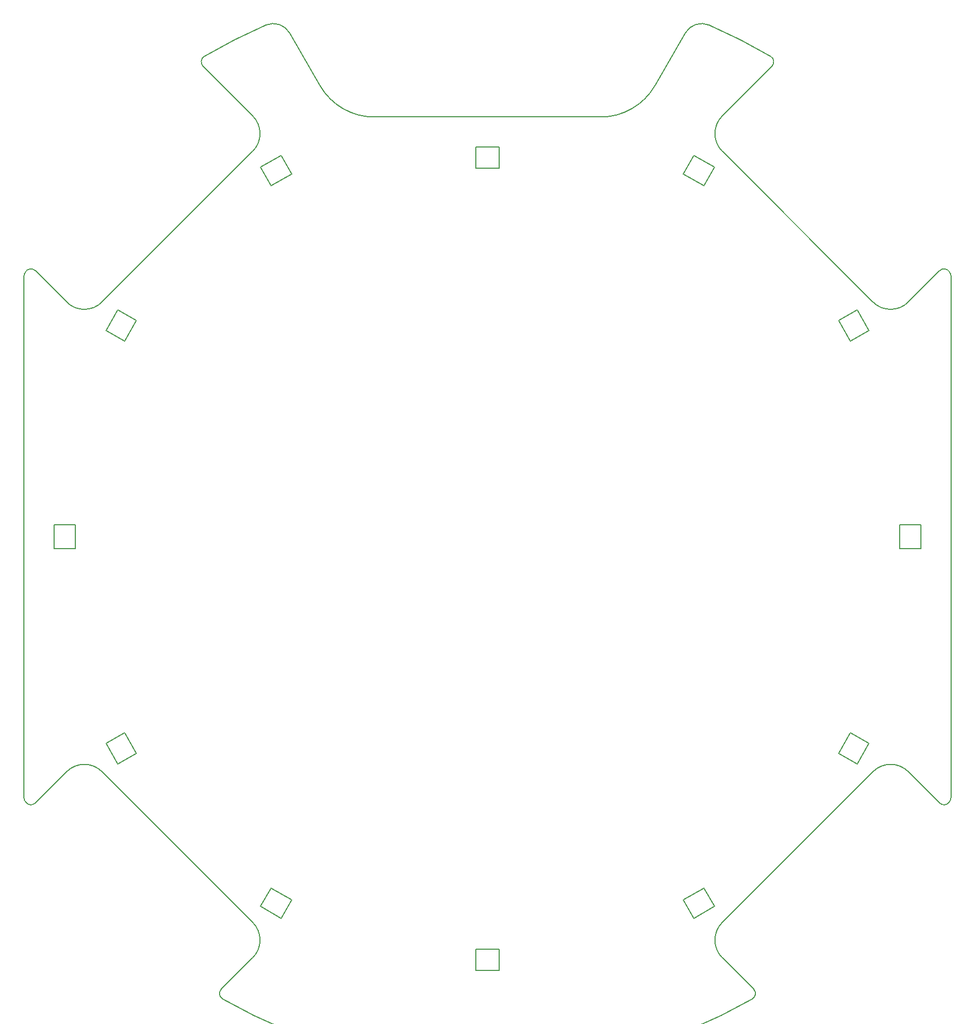
<source format=gbr>
%TF.GenerationSoftware,KiCad,Pcbnew,8.0.3*%
%TF.CreationDate,2024-07-01T22:35:15+08:00*%
%TF.ProjectId,bottom-rounded,626f7474-6f6d-42d7-926f-756e6465642e,1.2.0*%
%TF.SameCoordinates,Original*%
%TF.FileFunction,Profile,NP*%
%FSLAX46Y46*%
G04 Gerber Fmt 4.6, Leading zero omitted, Abs format (unit mm)*
G04 Created by KiCad (PCBNEW 8.0.3) date 2024-07-01 22:35:15*
%MOMM*%
%LPD*%
G01*
G04 APERTURE LIST*
%TA.AperFunction,Profile*%
%ADD10C,0.200000*%
%TD*%
%TA.AperFunction,Profile*%
%ADD11C,0.150000*%
%TD*%
G04 APERTURE END LIST*
D10*
X161518289Y-137476660D02*
G75*
G02*
X167175127Y-137476676I2828411J-2828440D01*
G01*
X173748324Y-142263275D02*
X173868354Y-142053134D01*
X26000000Y-58442800D02*
G75*
G02*
X26131664Y-57946876I999800J0D01*
G01*
X27827107Y-142474408D02*
G75*
G02*
X26254000Y-142267346I-707107J707108D01*
G01*
X54798991Y-23332740D02*
G75*
G02*
X64624753Y-18332426I45201709J-76668560D01*
G01*
X167175144Y-137476659D02*
X172172885Y-142474400D01*
X126726468Y-28000051D02*
G75*
G02*
X118066300Y-33000001I-8660168J4999951D01*
G01*
X142474408Y-172172893D02*
X137476657Y-167175142D01*
X145201009Y-23332740D02*
G75*
G02*
X145408117Y-24893368I-507909J-861460D01*
G01*
X38481710Y-62523339D02*
X38481711Y-62523340D01*
X173868304Y-57946780D02*
X173745796Y-57732298D01*
X73273500Y-27999994D02*
X68415230Y-19585226D01*
X27827107Y-142474408D02*
X32824855Y-137476660D01*
X118066300Y-33000000D02*
X81933760Y-33000000D01*
X137476674Y-38481725D02*
G75*
G02*
X137476676Y-32824873I2828426J2828425D01*
G01*
X38481710Y-62523339D02*
G75*
G02*
X32824850Y-62523339I-2828430J2828429D01*
G01*
X137476659Y-32824856D02*
X145408132Y-24893383D01*
X57735477Y-173747611D02*
G75*
G02*
X57525608Y-172172893I497223J867611D01*
G01*
X142474408Y-172172893D02*
G75*
G02*
X142264529Y-173747621I-707108J-707107D01*
G01*
X161508683Y-62513734D02*
X137476674Y-38481725D01*
X62523346Y-161518295D02*
G75*
G02*
X62523346Y-167175145I-2828426J-2828425D01*
G01*
X32824852Y-62523337D02*
X27827115Y-57525600D01*
X54599843Y-24901358D02*
G75*
G02*
X54799002Y-23332759I707157J707158D01*
G01*
X172172893Y-57525592D02*
G75*
G02*
X173745795Y-57732299I707107J-707108D01*
G01*
X174000000Y-141557200D02*
G75*
G02*
X173868336Y-142053124I-999800J0D01*
G01*
X26131653Y-57946870D02*
X26131646Y-57946866D01*
X62523343Y-167175142D02*
X57525600Y-172172885D01*
X173748324Y-142263275D02*
G75*
G02*
X172172894Y-142474391I-868324J495975D01*
G01*
X137486473Y-161508476D02*
X161518289Y-137476660D01*
X26251676Y-57736725D02*
G75*
G02*
X27827106Y-57525609I868324J-495975D01*
G01*
X173868347Y-142053130D02*
X173868354Y-142053134D01*
X167175142Y-62523343D02*
G75*
G02*
X161508682Y-62513735I-2828442J2828443D01*
G01*
X38481711Y-137476660D02*
X62523346Y-161518295D01*
X26000000Y-58442800D02*
X26000000Y-141557190D01*
X142264523Y-173747611D02*
G75*
G02*
X57735477Y-173747611I-42264523J73747612D01*
G01*
X26251676Y-57736725D02*
X26131646Y-57946866D01*
X137476657Y-167175142D02*
G75*
G02*
X137486473Y-161508476I2828443J2828442D01*
G01*
X131584708Y-19585333D02*
G75*
G02*
X135375263Y-18332388I2598192J-1500067D01*
G01*
X62523335Y-38481716D02*
X38481711Y-62523340D01*
X32824855Y-137476660D02*
G75*
G02*
X38481711Y-137476660I2828428J-2828429D01*
G01*
X62523333Y-32824848D02*
G75*
G02*
X62523332Y-38481713I-2828433J-2828432D01*
G01*
X135375245Y-18332430D02*
G75*
G02*
X145201008Y-23332741I-35374545J-81666170D01*
G01*
X64624755Y-18332430D02*
G75*
G02*
X68415228Y-19585227I1192445J-2752770D01*
G01*
X26131696Y-142053220D02*
G75*
G02*
X26000006Y-141557190I868304J496020D01*
G01*
X131584708Y-19585333D02*
X126726468Y-28000051D01*
X174000000Y-141557200D02*
X174000000Y-58442810D01*
X26131696Y-142053220D02*
X26254001Y-142267346D01*
X81933760Y-33000000D02*
G75*
G02*
X73273498Y-27999995I0J10000010D01*
G01*
X173868304Y-57946780D02*
G75*
G02*
X173999994Y-58442810I-868304J-496020D01*
G01*
X54599843Y-24901358D02*
X62523333Y-32824848D01*
X172172893Y-57525592D02*
X167175142Y-62523343D01*
D11*
%TO.C,D9*%
X39120757Y-132954552D02*
X41020757Y-136245448D01*
X39120757Y-132954552D02*
X42065243Y-131254552D01*
X41020757Y-136245448D02*
X43965243Y-134545448D01*
X42065243Y-131254552D02*
X43965243Y-134545448D01*
%TO.C,D2*%
X132954552Y-39120757D02*
X131254552Y-42065243D01*
X134545448Y-43965243D02*
X131254552Y-42065243D01*
X136245448Y-41020757D02*
X132954552Y-39120757D01*
X136245448Y-41020757D02*
X134545448Y-43965243D01*
%TO.C,D4*%
X165800000Y-101900000D02*
X165800000Y-98100000D01*
X169200000Y-98100000D02*
X165800000Y-98100000D01*
X169200000Y-101900000D02*
X165800000Y-101900000D01*
X169200000Y-101900000D02*
X169200000Y-98100000D01*
%TO.C,D1*%
X98100000Y-37800000D02*
X98100000Y-41200000D01*
X101900000Y-37800000D02*
X98100000Y-37800000D01*
X101900000Y-37800000D02*
X101900000Y-41200000D01*
X101900000Y-41200000D02*
X98100000Y-41200000D01*
%TO.C,D8*%
X63754552Y-158979243D02*
X65454552Y-156034757D01*
X63754552Y-158979243D02*
X67045448Y-160879243D01*
X65454552Y-156034757D02*
X68745448Y-157934757D01*
X67045448Y-160879243D02*
X68745448Y-157934757D01*
%TO.C,D3*%
X157934757Y-68745448D02*
X156034757Y-65454552D01*
X158979243Y-63754552D02*
X156034757Y-65454552D01*
X160879243Y-67045448D02*
X157934757Y-68745448D01*
X160879243Y-67045448D02*
X158979243Y-63754552D01*
%TO.C,D7*%
X98100000Y-165800000D02*
X101900000Y-165800000D01*
X98100000Y-169200000D02*
X98100000Y-165800000D01*
X98100000Y-169200000D02*
X101900000Y-169200000D01*
X101900000Y-169200000D02*
X101900000Y-165800000D01*
%TO.C,D12*%
X63754552Y-41020757D02*
X65454552Y-43965243D01*
X67045448Y-39120757D02*
X63754552Y-41020757D01*
X67045448Y-39120757D02*
X68745448Y-42065243D01*
X68745448Y-42065243D02*
X65454552Y-43965243D01*
%TO.C,D11*%
X39120757Y-67045448D02*
X42065243Y-68745448D01*
X41020757Y-63754552D02*
X39120757Y-67045448D01*
X41020757Y-63754552D02*
X43965243Y-65454552D01*
X43965243Y-65454552D02*
X42065243Y-68745448D01*
%TO.C,D5*%
X156034757Y-134545448D02*
X157934757Y-131254552D01*
X158979243Y-136245448D02*
X156034757Y-134545448D01*
X158979243Y-136245448D02*
X160879243Y-132954552D01*
X160879243Y-132954552D02*
X157934757Y-131254552D01*
%TO.C,D10*%
X30800000Y-98100000D02*
X30800000Y-101900000D01*
X30800000Y-98100000D02*
X34200000Y-98100000D01*
X30800000Y-101900000D02*
X34200000Y-101900000D01*
X34200000Y-98100000D02*
X34200000Y-101900000D01*
%TO.C,D6*%
X131254552Y-157934757D02*
X134545448Y-156034757D01*
X132954552Y-160879243D02*
X131254552Y-157934757D01*
X132954552Y-160879243D02*
X136245448Y-158979243D01*
X136245448Y-158979243D02*
X134545448Y-156034757D01*
%TD*%
M02*

</source>
